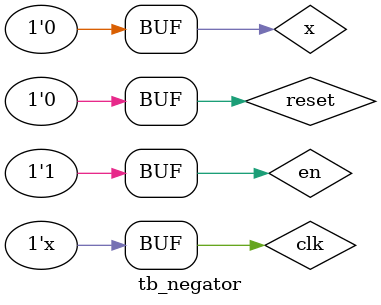
<source format=v>
`timescale 1ns/100 ps


module tb_negator;

   reg x=0,clk=0,en=0,reset=0;
   wire z;

   initial
      begin
        
      // negate 1100 to produce 0100 (-4 to produce +4) 
      // assuming 4 bit two's complement arithmetic        

      // reset back to state 0
      // time = 0ns
      reset = 1;
      x = 0;
      en = 1;
        
      // time = 10ns
      #10
      reset = 0;
      x = 0;   // LSB input = 0
      en = 1;
        
      // time = 20ns
      #10
      reset = 0;
      x = 0;   // next input = 0
      en = 1;

      // time = 30ns
      #10
      reset = 0;
      x = 1;   // next input = 1
      en = 1;

      // time =40ns
      #10 
      reset = 0;
      x = 1;   // MSB input = 1
      en = 1;
       


      // negate 011010 to produce 100110 (26 to produce -26) 
      // assuming 6 bit two's complement arithmetic        

      // reset back to state 0
      // time = 50ns
      reset = 1;
      x = 0;
      en = 1;
        
      // time = 60ns
      #10
      reset = 0;
      x = 0;   // LSB input = 0
      en = 1;
        
      // time = 70ns
      #10
      reset = 0;
      x = 1;   // next input = 1
      en = 1;

      // time = 80ns
      #10
      reset = 0;
      x = 0;   // next input = 0
      en = 1;

      // time =90ns
      #10 
      reset = 0;
      x = 1;   // MSB input = 1
      en = 1;
        
      // time = 100ns
      #10
      reset = 0;
      x = 1;   // next input = 1
      en = 1;

      // time =110ns
      #10 
      reset = 0;
      x = 0;   // MSB input = 0
      en = 1;
      end

   // set up a free running clock with period 10 ns
   always begin
         clk = #5 ~clk;
      end

        
   // instantiate the negator as the unit under test (uut)
   negator uut (.x(x),.clk(clk),.en(en),.reset(reset),.z(z)); 

endmodule

</source>
